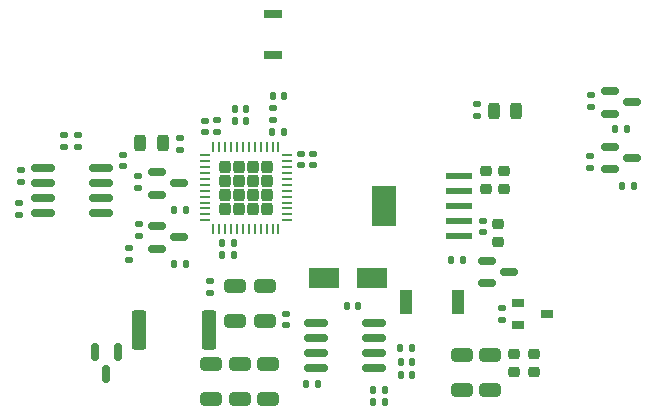
<source format=gtp>
G04 #@! TF.GenerationSoftware,KiCad,Pcbnew,(6.0.0)*
G04 #@! TF.CreationDate,2022-02-07T00:21:05-08:00*
G04 #@! TF.ProjectId,LightsAuxiliary_Rev_C,4c696768-7473-4417-9578-696c69617279,rev?*
G04 #@! TF.SameCoordinates,Original*
G04 #@! TF.FileFunction,Paste,Top*
G04 #@! TF.FilePolarity,Positive*
%FSLAX46Y46*%
G04 Gerber Fmt 4.6, Leading zero omitted, Abs format (unit mm)*
G04 Created by KiCad (PCBNEW (6.0.0)) date 2022-02-07 00:21:05*
%MOMM*%
%LPD*%
G01*
G04 APERTURE LIST*
G04 Aperture macros list*
%AMRoundRect*
0 Rectangle with rounded corners*
0 $1 Rounding radius*
0 $2 $3 $4 $5 $6 $7 $8 $9 X,Y pos of 4 corners*
0 Add a 4 corners polygon primitive as box body*
4,1,4,$2,$3,$4,$5,$6,$7,$8,$9,$2,$3,0*
0 Add four circle primitives for the rounded corners*
1,1,$1+$1,$2,$3*
1,1,$1+$1,$4,$5*
1,1,$1+$1,$6,$7*
1,1,$1+$1,$8,$9*
0 Add four rect primitives between the rounded corners*
20,1,$1+$1,$2,$3,$4,$5,0*
20,1,$1+$1,$4,$5,$6,$7,0*
20,1,$1+$1,$6,$7,$8,$9,0*
20,1,$1+$1,$8,$9,$2,$3,0*%
G04 Aperture macros list end*
%ADD10RoundRect,0.250000X-0.263170X0.263170X-0.263170X-0.263170X0.263170X-0.263170X0.263170X0.263170X0*%
%ADD11RoundRect,0.062500X-0.062500X0.337500X-0.062500X-0.337500X0.062500X-0.337500X0.062500X0.337500X0*%
%ADD12RoundRect,0.062500X-0.337500X0.062500X-0.337500X-0.062500X0.337500X-0.062500X0.337500X0.062500X0*%
%ADD13RoundRect,0.135000X0.185000X-0.135000X0.185000X0.135000X-0.185000X0.135000X-0.185000X-0.135000X0*%
%ADD14RoundRect,0.243750X0.243750X0.456250X-0.243750X0.456250X-0.243750X-0.456250X0.243750X-0.456250X0*%
%ADD15RoundRect,0.140000X0.170000X-0.140000X0.170000X0.140000X-0.170000X0.140000X-0.170000X-0.140000X0*%
%ADD16RoundRect,0.150000X-0.587500X-0.150000X0.587500X-0.150000X0.587500X0.150000X-0.587500X0.150000X0*%
%ADD17RoundRect,0.135000X-0.185000X0.135000X-0.185000X-0.135000X0.185000X-0.135000X0.185000X0.135000X0*%
%ADD18RoundRect,0.140000X-0.140000X-0.170000X0.140000X-0.170000X0.140000X0.170000X-0.140000X0.170000X0*%
%ADD19RoundRect,0.135000X0.135000X0.185000X-0.135000X0.185000X-0.135000X-0.185000X0.135000X-0.185000X0*%
%ADD20RoundRect,0.135000X-0.135000X-0.185000X0.135000X-0.185000X0.135000X0.185000X-0.135000X0.185000X0*%
%ADD21RoundRect,0.225000X-0.250000X0.225000X-0.250000X-0.225000X0.250000X-0.225000X0.250000X0.225000X0*%
%ADD22RoundRect,0.250000X-0.650000X0.325000X-0.650000X-0.325000X0.650000X-0.325000X0.650000X0.325000X0*%
%ADD23R,1.600000X0.800000*%
%ADD24RoundRect,0.275000X-0.275000X-0.775000X0.275000X-0.775000X0.275000X0.775000X-0.275000X0.775000X0*%
%ADD25RoundRect,0.243750X-0.243750X-0.456250X0.243750X-0.456250X0.243750X0.456250X-0.243750X0.456250X0*%
%ADD26R,2.200000X0.600000*%
%ADD27R,2.150000X3.450000*%
%ADD28RoundRect,0.250000X0.650000X-0.325000X0.650000X0.325000X-0.650000X0.325000X-0.650000X-0.325000X0*%
%ADD29RoundRect,0.150000X-0.825000X-0.150000X0.825000X-0.150000X0.825000X0.150000X-0.825000X0.150000X0*%
%ADD30RoundRect,0.150000X-0.150000X0.587500X-0.150000X-0.587500X0.150000X-0.587500X0.150000X0.587500X0*%
%ADD31RoundRect,0.250000X-0.362500X-1.425000X0.362500X-1.425000X0.362500X1.425000X-0.362500X1.425000X0*%
%ADD32RoundRect,0.225000X0.250000X-0.225000X0.250000X0.225000X-0.250000X0.225000X-0.250000X-0.225000X0*%
%ADD33R,2.500000X1.800000*%
%ADD34R,1.000000X0.700000*%
%ADD35RoundRect,0.140000X-0.170000X0.140000X-0.170000X-0.140000X0.170000X-0.140000X0.170000X0.140000X0*%
%ADD36RoundRect,0.140000X0.140000X0.170000X-0.140000X0.170000X-0.140000X-0.170000X0.140000X-0.170000X0*%
G04 APERTURE END LIST*
D10*
X135912000Y-103146000D03*
X135912000Y-100746000D03*
X134712000Y-99546000D03*
X133512000Y-100746000D03*
X135912000Y-101946000D03*
X134712000Y-103146000D03*
X134712000Y-100746000D03*
X132312000Y-100746000D03*
X132312000Y-99546000D03*
X132312000Y-101946000D03*
X133512000Y-103146000D03*
X133512000Y-99546000D03*
X134712000Y-101946000D03*
X132312000Y-103146000D03*
X133512000Y-101946000D03*
X135912000Y-99546000D03*
D11*
X136862000Y-97896000D03*
X136362000Y-97896000D03*
X135862000Y-97896000D03*
X135362000Y-97896000D03*
X134862000Y-97896000D03*
X134362000Y-97896000D03*
X133862000Y-97896000D03*
X133362000Y-97896000D03*
X132862000Y-97896000D03*
X132362000Y-97896000D03*
X131862000Y-97896000D03*
X131362000Y-97896000D03*
D12*
X130662000Y-98596000D03*
X130662000Y-99096000D03*
X130662000Y-99596000D03*
X130662000Y-100096000D03*
X130662000Y-100596000D03*
X130662000Y-101096000D03*
X130662000Y-101596000D03*
X130662000Y-102096000D03*
X130662000Y-102596000D03*
X130662000Y-103096000D03*
X130662000Y-103596000D03*
X130662000Y-104096000D03*
D11*
X131362000Y-104796000D03*
X131862000Y-104796000D03*
X132362000Y-104796000D03*
X132862000Y-104796000D03*
X133362000Y-104796000D03*
X133862000Y-104796000D03*
X134362000Y-104796000D03*
X134862000Y-104796000D03*
X135362000Y-104796000D03*
X135862000Y-104796000D03*
X136362000Y-104796000D03*
X136862000Y-104796000D03*
D12*
X137562000Y-104096000D03*
X137562000Y-103596000D03*
X137562000Y-103096000D03*
X137562000Y-102596000D03*
X137562000Y-102096000D03*
X137562000Y-101596000D03*
X137562000Y-101096000D03*
X137562000Y-100596000D03*
X137562000Y-100096000D03*
X137562000Y-99596000D03*
X137562000Y-99096000D03*
X137562000Y-98596000D03*
D13*
X128524000Y-98173000D03*
X128524000Y-97153000D03*
D14*
X125173500Y-97536000D03*
X127048500Y-97536000D03*
D15*
X123698000Y-99540000D03*
X123698000Y-98580000D03*
D16*
X128445500Y-100965000D03*
X126570500Y-101915000D03*
X126570500Y-100015000D03*
D17*
X118745000Y-97919000D03*
X118745000Y-96899000D03*
D18*
X139220000Y-117983000D03*
X140180000Y-117983000D03*
D19*
X148211000Y-114935000D03*
X147191000Y-114935000D03*
D20*
X128014000Y-107823000D03*
X129034000Y-107823000D03*
D21*
X156845000Y-115430000D03*
X156845000Y-116980000D03*
D22*
X131191000Y-116254000D03*
X131191000Y-119204000D03*
D17*
X119888000Y-96899000D03*
X119888000Y-97919000D03*
X131699000Y-95629000D03*
X131699000Y-96649000D03*
X124206000Y-106424000D03*
X124206000Y-107444000D03*
D23*
X136433000Y-86670000D03*
X136433000Y-90070000D03*
D24*
X147660000Y-110998000D03*
X152060000Y-110998000D03*
D15*
X138811000Y-99413000D03*
X138811000Y-98453000D03*
D18*
X147221000Y-117221000D03*
X148181000Y-117221000D03*
X132108000Y-106045000D03*
X133068000Y-106045000D03*
D13*
X155829000Y-111504000D03*
X155829000Y-112524000D03*
X115057500Y-100840000D03*
X115057500Y-99820000D03*
D17*
X153670000Y-94282800D03*
X153670000Y-95302800D03*
D19*
X152529000Y-107442000D03*
X151509000Y-107442000D03*
D17*
X125095000Y-105412000D03*
X125095000Y-104392000D03*
D25*
X155120100Y-94843600D03*
X156995100Y-94843600D03*
D16*
X154510500Y-107508000D03*
X154510500Y-109408000D03*
X156385500Y-108458000D03*
D15*
X130683000Y-96619000D03*
X130683000Y-95659000D03*
D26*
X152108500Y-100330000D03*
X152108500Y-101600000D03*
X152108500Y-102870000D03*
D27*
X145808500Y-102870000D03*
D26*
X152108500Y-104140000D03*
X152108500Y-105410000D03*
D28*
X133223000Y-112600000D03*
X133223000Y-109650000D03*
D29*
X140019000Y-112776000D03*
X140019000Y-114046000D03*
X140019000Y-115316000D03*
X140019000Y-116586000D03*
X144969000Y-116586000D03*
X144969000Y-115316000D03*
X144969000Y-114046000D03*
X144969000Y-112776000D03*
D20*
X166372000Y-96393000D03*
X165352000Y-96393000D03*
D15*
X139827000Y-99413000D03*
X139827000Y-98453000D03*
D21*
X155448000Y-104409000D03*
X155448000Y-105959000D03*
D28*
X135763000Y-112600000D03*
X135763000Y-109650000D03*
D20*
X166958500Y-101153000D03*
X165938500Y-101153000D03*
D19*
X145925000Y-119507000D03*
X144905000Y-119507000D03*
D22*
X133604000Y-116254000D03*
X133604000Y-119204000D03*
D20*
X144905000Y-118491000D03*
X145925000Y-118491000D03*
D30*
X123251000Y-115267500D03*
X121351000Y-115267500D03*
X122301000Y-117142500D03*
D31*
X130978500Y-113411000D03*
X125053500Y-113411000D03*
D18*
X147221000Y-116078000D03*
X148181000Y-116078000D03*
D17*
X163322000Y-94490000D03*
X163322000Y-93470000D03*
D29*
X116900500Y-99695000D03*
X116900500Y-100965000D03*
X116900500Y-102235000D03*
X116900500Y-103505000D03*
X121850500Y-103505000D03*
X121850500Y-102235000D03*
X121850500Y-100965000D03*
X121850500Y-99695000D03*
D17*
X114930500Y-102614000D03*
X114930500Y-103634000D03*
D22*
X152400000Y-115492000D03*
X152400000Y-118442000D03*
D32*
X154432000Y-99936000D03*
X154432000Y-101486000D03*
D15*
X137541000Y-113002000D03*
X137541000Y-112042000D03*
D16*
X166799500Y-94107000D03*
X164924500Y-95057000D03*
X164924500Y-93157000D03*
D18*
X136375200Y-93573600D03*
X137335200Y-93573600D03*
D33*
X144748000Y-108966000D03*
X140748000Y-108966000D03*
D17*
X136395400Y-94613000D03*
X136395400Y-95633000D03*
D22*
X154813000Y-115492000D03*
X154813000Y-118442000D03*
D34*
X159569000Y-112014000D03*
X157169000Y-112964000D03*
X157169000Y-111064000D03*
D35*
X154178000Y-104168000D03*
X154178000Y-105128000D03*
D32*
X155956000Y-99936000D03*
X155956000Y-101486000D03*
D36*
X134112000Y-95707200D03*
X133152000Y-95707200D03*
D17*
X163273500Y-99631000D03*
X163273500Y-98611000D03*
D21*
X158496000Y-115430000D03*
X158496000Y-116980000D03*
D18*
X132108000Y-107061000D03*
X133068000Y-107061000D03*
D22*
X136017000Y-116254000D03*
X136017000Y-119204000D03*
D18*
X142649000Y-111379000D03*
X143609000Y-111379000D03*
D16*
X166799500Y-98806000D03*
X164924500Y-99756000D03*
X164924500Y-97856000D03*
D17*
X131064000Y-109218000D03*
X131064000Y-110238000D03*
D16*
X128445500Y-105537000D03*
X126570500Y-106487000D03*
X126570500Y-104587000D03*
D36*
X134112000Y-94691200D03*
X133152000Y-94691200D03*
D17*
X124968000Y-101348000D03*
X124968000Y-100328000D03*
D18*
X136347200Y-96647000D03*
X137307200Y-96647000D03*
D36*
X129004000Y-103251000D03*
X128044000Y-103251000D03*
M02*

</source>
